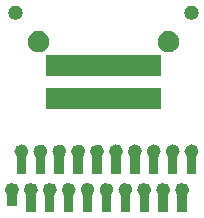
<source format=gts>
G04 #@! TF.GenerationSoftware,KiCad,Pcbnew,(5.1.5)-3*
G04 #@! TF.CreationDate,2021-05-20T13:29:37-06:00*
G04 #@! TF.ProjectId,LoomConnector06,4c6f6f6d-436f-46e6-9e65-63746f723036,rev?*
G04 #@! TF.SameCoordinates,Original*
G04 #@! TF.FileFunction,Soldermask,Top*
G04 #@! TF.FilePolarity,Negative*
%FSLAX46Y46*%
G04 Gerber Fmt 4.6, Leading zero omitted, Abs format (unit mm)*
G04 Created by KiCad (PCBNEW (5.1.5)-3) date 2021-05-20 13:29:37*
%MOMM*%
%LPD*%
G04 APERTURE LIST*
%ADD10C,0.600000*%
%ADD11C,0.100000*%
G04 APERTURE END LIST*
D10*
X141600000Y-80250000D02*
G75*
G03X141600000Y-80250000I-300000J0D01*
G01*
X143200000Y-80250000D02*
G75*
G03X143200000Y-80250000I-300000J0D01*
G01*
X140000000Y-80250000D02*
G75*
G03X140000000Y-80250000I-300000J0D01*
G01*
X128800000Y-80250000D02*
G75*
G03X128800000Y-80250000I-300000J0D01*
G01*
X138400000Y-80250000D02*
G75*
G03X138400000Y-80250000I-300000J0D01*
G01*
X136800000Y-80250000D02*
G75*
G03X136800000Y-80250000I-300000J0D01*
G01*
X135200000Y-80250000D02*
G75*
G03X135200000Y-80250000I-300000J0D01*
G01*
X133600000Y-80250000D02*
G75*
G03X133600000Y-80250000I-300000J0D01*
G01*
X132000000Y-80250000D02*
G75*
G03X132000000Y-80250000I-300000J0D01*
G01*
X130400000Y-80250000D02*
G75*
G03X130400000Y-80250000I-300000J0D01*
G01*
X129600000Y-77000000D02*
G75*
G03X129600000Y-77000000I-300000J0D01*
G01*
X144000000Y-77000000D02*
G75*
G03X144000000Y-77000000I-300000J0D01*
G01*
X142400000Y-77000000D02*
G75*
G03X142400000Y-77000000I-300000J0D01*
G01*
X140800000Y-77000000D02*
G75*
G03X140800000Y-77000000I-300000J0D01*
G01*
X139200000Y-77000000D02*
G75*
G03X139200000Y-77000000I-300000J0D01*
G01*
X137600000Y-77000000D02*
G75*
G03X137600000Y-77000000I-300000J0D01*
G01*
X136000000Y-77000000D02*
G75*
G03X136000000Y-77000000I-300000J0D01*
G01*
X134400000Y-77000000D02*
G75*
G03X134400000Y-77000000I-300000J0D01*
G01*
X132800000Y-77000000D02*
G75*
G03X132800000Y-77000000I-300000J0D01*
G01*
X131200000Y-77000000D02*
G75*
G03X131200000Y-77000000I-300000J0D01*
G01*
D11*
G36*
X143300000Y-82150000D02*
G01*
X142500000Y-82150000D01*
X142500000Y-80350000D01*
X143300000Y-80350000D01*
X143300000Y-82150000D01*
G37*
G36*
X141700000Y-82150000D02*
G01*
X140900000Y-82150000D01*
X140900000Y-80350000D01*
X141700000Y-80350000D01*
X141700000Y-82150000D01*
G37*
G36*
X140100000Y-82150000D02*
G01*
X139300000Y-82150000D01*
X139300000Y-80350000D01*
X140100000Y-80350000D01*
X140100000Y-82150000D01*
G37*
G36*
X138500000Y-82150000D02*
G01*
X137700000Y-82150000D01*
X137700000Y-80350000D01*
X138500000Y-80350000D01*
X138500000Y-82150000D01*
G37*
G36*
X136900000Y-82150000D02*
G01*
X136100000Y-82150000D01*
X136100000Y-80350000D01*
X136900000Y-80350000D01*
X136900000Y-82150000D01*
G37*
G36*
X135300000Y-82150000D02*
G01*
X134500000Y-82150000D01*
X134500000Y-80350000D01*
X135300000Y-80350000D01*
X135300000Y-82150000D01*
G37*
G36*
X133700000Y-82150000D02*
G01*
X132900000Y-82150000D01*
X132900000Y-80350000D01*
X133700000Y-80350000D01*
X133700000Y-82150000D01*
G37*
G36*
X132100000Y-82150000D02*
G01*
X131300000Y-82150000D01*
X131300000Y-80350000D01*
X132100000Y-80350000D01*
X132100000Y-82150000D01*
G37*
G36*
X130500000Y-82150000D02*
G01*
X129700000Y-82150000D01*
X129700000Y-80350000D01*
X130500000Y-80350000D01*
X130500000Y-82150000D01*
G37*
G36*
X144100000Y-78900000D02*
G01*
X143300000Y-78900000D01*
X143300000Y-77100000D01*
X144100000Y-77100000D01*
X144100000Y-78900000D01*
G37*
G36*
X142500000Y-78900000D02*
G01*
X141700000Y-78900000D01*
X141700000Y-77100000D01*
X142500000Y-77100000D01*
X142500000Y-78900000D01*
G37*
G36*
X140900000Y-78900000D02*
G01*
X140100000Y-78900000D01*
X140100000Y-77100000D01*
X140900000Y-77100000D01*
X140900000Y-78900000D01*
G37*
G36*
X139300000Y-78900000D02*
G01*
X138500000Y-78900000D01*
X138500000Y-77100000D01*
X139300000Y-77100000D01*
X139300000Y-78900000D01*
G37*
G36*
X137700000Y-78900000D02*
G01*
X136900000Y-78900000D01*
X136900000Y-77100000D01*
X137700000Y-77100000D01*
X137700000Y-78900000D01*
G37*
G36*
X136100000Y-78900000D02*
G01*
X135300000Y-78900000D01*
X135300000Y-77100000D01*
X136100000Y-77100000D01*
X136100000Y-78900000D01*
G37*
G36*
X134500000Y-78900000D02*
G01*
X133700000Y-78900000D01*
X133700000Y-77100000D01*
X134500000Y-77100000D01*
X134500000Y-78900000D01*
G37*
G36*
X132900000Y-78900000D02*
G01*
X132100000Y-78900000D01*
X132100000Y-77100000D01*
X132900000Y-77100000D01*
X132900000Y-78900000D01*
G37*
G36*
X131300000Y-78900000D02*
G01*
X130500000Y-78900000D01*
X130500000Y-77100000D01*
X131300000Y-77100000D01*
X131300000Y-78900000D01*
G37*
G36*
X128900000Y-81650000D02*
G01*
X128100000Y-81650000D01*
X128100000Y-79850000D01*
X128900000Y-79850000D01*
X128900000Y-81650000D01*
G37*
G36*
X129700000Y-78900000D02*
G01*
X128900000Y-78900000D01*
X128900000Y-77100000D01*
X129700000Y-77100000D01*
X129700000Y-78900000D01*
G37*
G36*
X141150000Y-73400000D02*
G01*
X131350000Y-73400000D01*
X131350000Y-71600000D01*
X141150000Y-71600000D01*
X141150000Y-73400000D01*
G37*
G36*
X141150000Y-70650000D02*
G01*
X131350000Y-70650000D01*
X131350000Y-68850000D01*
X141150000Y-68850000D01*
X141150000Y-70650000D01*
G37*
G36*
X142012520Y-66834586D02*
G01*
X142176310Y-66902430D01*
X142323717Y-67000924D01*
X142449076Y-67126283D01*
X142547570Y-67273690D01*
X142615414Y-67437480D01*
X142650000Y-67611358D01*
X142650000Y-67788642D01*
X142615414Y-67962520D01*
X142547570Y-68126310D01*
X142449076Y-68273717D01*
X142323717Y-68399076D01*
X142176310Y-68497570D01*
X142176309Y-68497571D01*
X142176308Y-68497571D01*
X142012520Y-68565414D01*
X141838644Y-68600000D01*
X141661356Y-68600000D01*
X141487480Y-68565414D01*
X141323692Y-68497571D01*
X141323691Y-68497571D01*
X141323690Y-68497570D01*
X141176283Y-68399076D01*
X141050924Y-68273717D01*
X140952430Y-68126310D01*
X140884586Y-67962520D01*
X140850000Y-67788642D01*
X140850000Y-67611358D01*
X140884586Y-67437480D01*
X140952430Y-67273690D01*
X141050924Y-67126283D01*
X141176283Y-67000924D01*
X141323690Y-66902430D01*
X141487480Y-66834586D01*
X141661356Y-66800000D01*
X141838644Y-66800000D01*
X142012520Y-66834586D01*
G37*
G36*
X131012520Y-66834586D02*
G01*
X131176310Y-66902430D01*
X131323717Y-67000924D01*
X131449076Y-67126283D01*
X131547570Y-67273690D01*
X131615414Y-67437480D01*
X131650000Y-67611358D01*
X131650000Y-67788642D01*
X131615414Y-67962520D01*
X131547570Y-68126310D01*
X131449076Y-68273717D01*
X131323717Y-68399076D01*
X131176310Y-68497570D01*
X131176309Y-68497571D01*
X131176308Y-68497571D01*
X131012520Y-68565414D01*
X130838644Y-68600000D01*
X130661356Y-68600000D01*
X130487480Y-68565414D01*
X130323692Y-68497571D01*
X130323691Y-68497571D01*
X130323690Y-68497570D01*
X130176283Y-68399076D01*
X130050924Y-68273717D01*
X129952430Y-68126310D01*
X129884586Y-67962520D01*
X129850000Y-67788642D01*
X129850000Y-67611358D01*
X129884586Y-67437480D01*
X129952430Y-67273690D01*
X130050924Y-67126283D01*
X130176283Y-67000924D01*
X130323690Y-66902430D01*
X130487480Y-66834586D01*
X130661356Y-66800000D01*
X130838644Y-66800000D01*
X131012520Y-66834586D01*
G37*
G36*
X143875013Y-64673057D02*
G01*
X143984206Y-64718286D01*
X144082477Y-64783949D01*
X144166051Y-64867523D01*
X144231714Y-64965794D01*
X144276943Y-65074987D01*
X144300000Y-65190904D01*
X144300000Y-65309096D01*
X144276943Y-65425013D01*
X144231714Y-65534206D01*
X144166051Y-65632477D01*
X144082477Y-65716051D01*
X143984206Y-65781714D01*
X143875013Y-65826943D01*
X143759096Y-65850000D01*
X143640904Y-65850000D01*
X143524987Y-65826943D01*
X143415794Y-65781714D01*
X143317523Y-65716051D01*
X143233949Y-65632477D01*
X143168286Y-65534206D01*
X143123057Y-65425013D01*
X143100000Y-65309096D01*
X143100000Y-65190904D01*
X143123057Y-65074987D01*
X143168286Y-64965794D01*
X143233949Y-64867523D01*
X143317523Y-64783949D01*
X143415794Y-64718286D01*
X143524987Y-64673057D01*
X143640904Y-64650000D01*
X143759096Y-64650000D01*
X143875013Y-64673057D01*
G37*
G36*
X128975013Y-64673057D02*
G01*
X129084206Y-64718286D01*
X129182477Y-64783949D01*
X129266051Y-64867523D01*
X129331714Y-64965794D01*
X129376943Y-65074987D01*
X129400000Y-65190904D01*
X129400000Y-65309096D01*
X129376943Y-65425013D01*
X129331714Y-65534206D01*
X129266051Y-65632477D01*
X129182477Y-65716051D01*
X129084206Y-65781714D01*
X128975013Y-65826943D01*
X128859096Y-65850000D01*
X128740904Y-65850000D01*
X128624987Y-65826943D01*
X128515794Y-65781714D01*
X128417523Y-65716051D01*
X128333949Y-65632477D01*
X128268286Y-65534206D01*
X128223057Y-65425013D01*
X128200000Y-65309096D01*
X128200000Y-65190904D01*
X128223057Y-65074987D01*
X128268286Y-64965794D01*
X128333949Y-64867523D01*
X128417523Y-64783949D01*
X128515794Y-64718286D01*
X128624987Y-64673057D01*
X128740904Y-64650000D01*
X128859096Y-64650000D01*
X128975013Y-64673057D01*
G37*
M02*

</source>
